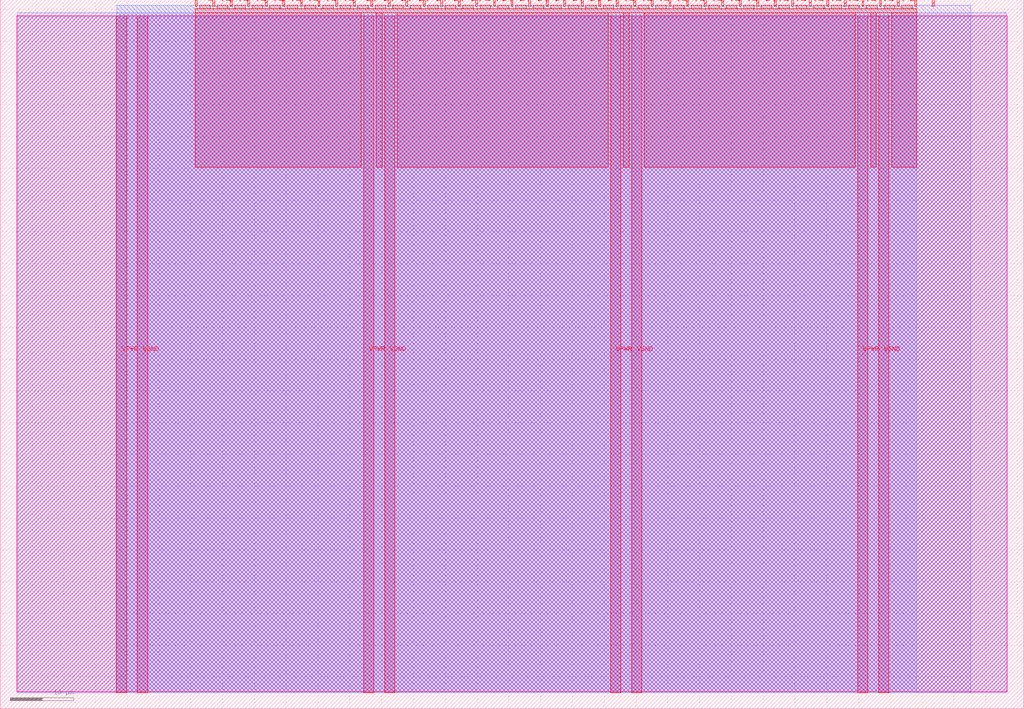
<source format=lef>
VERSION 5.7 ;
  NOWIREEXTENSIONATPIN ON ;
  DIVIDERCHAR "/" ;
  BUSBITCHARS "[]" ;
MACRO tt_um_react_test_saksh156
  CLASS BLOCK ;
  FOREIGN tt_um_react_test_saksh156 ;
  ORIGIN 0.000 0.000 ;
  SIZE 161.000 BY 111.520 ;
  PIN VGND
    DIRECTION INOUT ;
    USE GROUND ;
    PORT
      LAYER met4 ;
        RECT 21.580 2.480 23.180 109.040 ;
    END
    PORT
      LAYER met4 ;
        RECT 60.450 2.480 62.050 109.040 ;
    END
    PORT
      LAYER met4 ;
        RECT 99.320 2.480 100.920 109.040 ;
    END
    PORT
      LAYER met4 ;
        RECT 138.190 2.480 139.790 109.040 ;
    END
  END VGND
  PIN VPWR
    DIRECTION INOUT ;
    USE POWER ;
    PORT
      LAYER met4 ;
        RECT 18.280 2.480 19.880 109.040 ;
    END
    PORT
      LAYER met4 ;
        RECT 57.150 2.480 58.750 109.040 ;
    END
    PORT
      LAYER met4 ;
        RECT 96.020 2.480 97.620 109.040 ;
    END
    PORT
      LAYER met4 ;
        RECT 134.890 2.480 136.490 109.040 ;
    END
  END VPWR
  PIN clk
    DIRECTION INPUT ;
    USE SIGNAL ;
    ANTENNAGATEAREA 0.852000 ;
    PORT
      LAYER met4 ;
        RECT 143.830 110.520 144.130 111.520 ;
    END
  END clk
  PIN ena
    DIRECTION INPUT ;
    USE SIGNAL ;
    PORT
      LAYER met4 ;
        RECT 146.590 110.520 146.890 111.520 ;
    END
  END ena
  PIN rst_n
    DIRECTION INPUT ;
    USE SIGNAL ;
    ANTENNAGATEAREA 0.196500 ;
    PORT
      LAYER met4 ;
        RECT 141.070 110.520 141.370 111.520 ;
    END
  END rst_n
  PIN ui_in[0]
    DIRECTION INPUT ;
    USE SIGNAL ;
    ANTENNAGATEAREA 0.196500 ;
    PORT
      LAYER met4 ;
        RECT 138.310 110.520 138.610 111.520 ;
    END
  END ui_in[0]
  PIN ui_in[1]
    DIRECTION INPUT ;
    USE SIGNAL ;
    ANTENNAGATEAREA 0.196500 ;
    PORT
      LAYER met4 ;
        RECT 135.550 110.520 135.850 111.520 ;
    END
  END ui_in[1]
  PIN ui_in[2]
    DIRECTION INPUT ;
    USE SIGNAL ;
    ANTENNAGATEAREA 0.213000 ;
    PORT
      LAYER met4 ;
        RECT 132.790 110.520 133.090 111.520 ;
    END
  END ui_in[2]
  PIN ui_in[3]
    DIRECTION INPUT ;
    USE SIGNAL ;
    ANTENNAGATEAREA 0.196500 ;
    PORT
      LAYER met4 ;
        RECT 130.030 110.520 130.330 111.520 ;
    END
  END ui_in[3]
  PIN ui_in[4]
    DIRECTION INPUT ;
    USE SIGNAL ;
    ANTENNAGATEAREA 0.196500 ;
    PORT
      LAYER met4 ;
        RECT 127.270 110.520 127.570 111.520 ;
    END
  END ui_in[4]
  PIN ui_in[5]
    DIRECTION INPUT ;
    USE SIGNAL ;
    ANTENNAGATEAREA 0.196500 ;
    PORT
      LAYER met4 ;
        RECT 124.510 110.520 124.810 111.520 ;
    END
  END ui_in[5]
  PIN ui_in[6]
    DIRECTION INPUT ;
    USE SIGNAL ;
    PORT
      LAYER met4 ;
        RECT 121.750 110.520 122.050 111.520 ;
    END
  END ui_in[6]
  PIN ui_in[7]
    DIRECTION INPUT ;
    USE SIGNAL ;
    PORT
      LAYER met4 ;
        RECT 118.990 110.520 119.290 111.520 ;
    END
  END ui_in[7]
  PIN uio_in[0]
    DIRECTION INPUT ;
    USE SIGNAL ;
    PORT
      LAYER met4 ;
        RECT 116.230 110.520 116.530 111.520 ;
    END
  END uio_in[0]
  PIN uio_in[1]
    DIRECTION INPUT ;
    USE SIGNAL ;
    PORT
      LAYER met4 ;
        RECT 113.470 110.520 113.770 111.520 ;
    END
  END uio_in[1]
  PIN uio_in[2]
    DIRECTION INPUT ;
    USE SIGNAL ;
    PORT
      LAYER met4 ;
        RECT 110.710 110.520 111.010 111.520 ;
    END
  END uio_in[2]
  PIN uio_in[3]
    DIRECTION INPUT ;
    USE SIGNAL ;
    PORT
      LAYER met4 ;
        RECT 107.950 110.520 108.250 111.520 ;
    END
  END uio_in[3]
  PIN uio_in[4]
    DIRECTION INPUT ;
    USE SIGNAL ;
    PORT
      LAYER met4 ;
        RECT 105.190 110.520 105.490 111.520 ;
    END
  END uio_in[4]
  PIN uio_in[5]
    DIRECTION INPUT ;
    USE SIGNAL ;
    PORT
      LAYER met4 ;
        RECT 102.430 110.520 102.730 111.520 ;
    END
  END uio_in[5]
  PIN uio_in[6]
    DIRECTION INPUT ;
    USE SIGNAL ;
    PORT
      LAYER met4 ;
        RECT 99.670 110.520 99.970 111.520 ;
    END
  END uio_in[6]
  PIN uio_in[7]
    DIRECTION INPUT ;
    USE SIGNAL ;
    PORT
      LAYER met4 ;
        RECT 96.910 110.520 97.210 111.520 ;
    END
  END uio_in[7]
  PIN uio_oe[0]
    DIRECTION OUTPUT ;
    USE SIGNAL ;
    PORT
      LAYER met4 ;
        RECT 49.990 110.520 50.290 111.520 ;
    END
  END uio_oe[0]
  PIN uio_oe[1]
    DIRECTION OUTPUT ;
    USE SIGNAL ;
    PORT
      LAYER met4 ;
        RECT 47.230 110.520 47.530 111.520 ;
    END
  END uio_oe[1]
  PIN uio_oe[2]
    DIRECTION OUTPUT ;
    USE SIGNAL ;
    PORT
      LAYER met4 ;
        RECT 44.470 110.520 44.770 111.520 ;
    END
  END uio_oe[2]
  PIN uio_oe[3]
    DIRECTION OUTPUT ;
    USE SIGNAL ;
    PORT
      LAYER met4 ;
        RECT 41.710 110.520 42.010 111.520 ;
    END
  END uio_oe[3]
  PIN uio_oe[4]
    DIRECTION OUTPUT ;
    USE SIGNAL ;
    PORT
      LAYER met4 ;
        RECT 38.950 110.520 39.250 111.520 ;
    END
  END uio_oe[4]
  PIN uio_oe[5]
    DIRECTION OUTPUT ;
    USE SIGNAL ;
    PORT
      LAYER met4 ;
        RECT 36.190 110.520 36.490 111.520 ;
    END
  END uio_oe[5]
  PIN uio_oe[6]
    DIRECTION OUTPUT ;
    USE SIGNAL ;
    PORT
      LAYER met4 ;
        RECT 33.430 110.520 33.730 111.520 ;
    END
  END uio_oe[6]
  PIN uio_oe[7]
    DIRECTION OUTPUT ;
    USE SIGNAL ;
    PORT
      LAYER met4 ;
        RECT 30.670 110.520 30.970 111.520 ;
    END
  END uio_oe[7]
  PIN uio_out[0]
    DIRECTION OUTPUT ;
    USE SIGNAL ;
    PORT
      LAYER met4 ;
        RECT 72.070 110.520 72.370 111.520 ;
    END
  END uio_out[0]
  PIN uio_out[1]
    DIRECTION OUTPUT ;
    USE SIGNAL ;
    PORT
      LAYER met4 ;
        RECT 69.310 110.520 69.610 111.520 ;
    END
  END uio_out[1]
  PIN uio_out[2]
    DIRECTION OUTPUT ;
    USE SIGNAL ;
    PORT
      LAYER met4 ;
        RECT 66.550 110.520 66.850 111.520 ;
    END
  END uio_out[2]
  PIN uio_out[3]
    DIRECTION OUTPUT ;
    USE SIGNAL ;
    PORT
      LAYER met4 ;
        RECT 63.790 110.520 64.090 111.520 ;
    END
  END uio_out[3]
  PIN uio_out[4]
    DIRECTION OUTPUT ;
    USE SIGNAL ;
    PORT
      LAYER met4 ;
        RECT 61.030 110.520 61.330 111.520 ;
    END
  END uio_out[4]
  PIN uio_out[5]
    DIRECTION OUTPUT ;
    USE SIGNAL ;
    PORT
      LAYER met4 ;
        RECT 58.270 110.520 58.570 111.520 ;
    END
  END uio_out[5]
  PIN uio_out[6]
    DIRECTION OUTPUT ;
    USE SIGNAL ;
    PORT
      LAYER met4 ;
        RECT 55.510 110.520 55.810 111.520 ;
    END
  END uio_out[6]
  PIN uio_out[7]
    DIRECTION OUTPUT ;
    USE SIGNAL ;
    PORT
      LAYER met4 ;
        RECT 52.750 110.520 53.050 111.520 ;
    END
  END uio_out[7]
  PIN uo_out[0]
    DIRECTION OUTPUT ;
    USE SIGNAL ;
    ANTENNADIFFAREA 0.795200 ;
    PORT
      LAYER met4 ;
        RECT 94.150 110.520 94.450 111.520 ;
    END
  END uo_out[0]
  PIN uo_out[1]
    DIRECTION OUTPUT ;
    USE SIGNAL ;
    ANTENNADIFFAREA 0.795200 ;
    PORT
      LAYER met4 ;
        RECT 91.390 110.520 91.690 111.520 ;
    END
  END uo_out[1]
  PIN uo_out[2]
    DIRECTION OUTPUT ;
    USE SIGNAL ;
    ANTENNADIFFAREA 0.445500 ;
    PORT
      LAYER met4 ;
        RECT 88.630 110.520 88.930 111.520 ;
    END
  END uo_out[2]
  PIN uo_out[3]
    DIRECTION OUTPUT ;
    USE SIGNAL ;
    ANTENNADIFFAREA 0.445500 ;
    PORT
      LAYER met4 ;
        RECT 85.870 110.520 86.170 111.520 ;
    END
  END uo_out[3]
  PIN uo_out[4]
    DIRECTION OUTPUT ;
    USE SIGNAL ;
    ANTENNAGATEAREA 0.868500 ;
    ANTENNADIFFAREA 0.891000 ;
    PORT
      LAYER met4 ;
        RECT 83.110 110.520 83.410 111.520 ;
    END
  END uo_out[4]
  PIN uo_out[5]
    DIRECTION OUTPUT ;
    USE SIGNAL ;
    ANTENNAGATEAREA 0.373500 ;
    ANTENNADIFFAREA 0.891000 ;
    PORT
      LAYER met4 ;
        RECT 80.350 110.520 80.650 111.520 ;
    END
  END uo_out[5]
  PIN uo_out[6]
    DIRECTION OUTPUT ;
    USE SIGNAL ;
    ANTENNAGATEAREA 0.373500 ;
    ANTENNADIFFAREA 0.891000 ;
    PORT
      LAYER met4 ;
        RECT 77.590 110.520 77.890 111.520 ;
    END
  END uo_out[6]
  PIN uo_out[7]
    DIRECTION OUTPUT ;
    USE SIGNAL ;
    ANTENNAGATEAREA 0.495000 ;
    ANTENNADIFFAREA 0.891000 ;
    PORT
      LAYER met4 ;
        RECT 74.830 110.520 75.130 111.520 ;
    END
  END uo_out[7]
  OBS
      LAYER nwell ;
        RECT 2.570 2.635 158.430 108.990 ;
      LAYER li1 ;
        RECT 2.760 2.635 158.240 108.885 ;
      LAYER met1 ;
        RECT 2.760 2.480 158.240 109.440 ;
      LAYER met2 ;
        RECT 18.310 2.535 152.620 110.685 ;
      LAYER met3 ;
        RECT 18.290 2.555 144.170 110.665 ;
      LAYER met4 ;
        RECT 31.370 110.120 33.030 110.665 ;
        RECT 34.130 110.120 35.790 110.665 ;
        RECT 36.890 110.120 38.550 110.665 ;
        RECT 39.650 110.120 41.310 110.665 ;
        RECT 42.410 110.120 44.070 110.665 ;
        RECT 45.170 110.120 46.830 110.665 ;
        RECT 47.930 110.120 49.590 110.665 ;
        RECT 50.690 110.120 52.350 110.665 ;
        RECT 53.450 110.120 55.110 110.665 ;
        RECT 56.210 110.120 57.870 110.665 ;
        RECT 58.970 110.120 60.630 110.665 ;
        RECT 61.730 110.120 63.390 110.665 ;
        RECT 64.490 110.120 66.150 110.665 ;
        RECT 67.250 110.120 68.910 110.665 ;
        RECT 70.010 110.120 71.670 110.665 ;
        RECT 72.770 110.120 74.430 110.665 ;
        RECT 75.530 110.120 77.190 110.665 ;
        RECT 78.290 110.120 79.950 110.665 ;
        RECT 81.050 110.120 82.710 110.665 ;
        RECT 83.810 110.120 85.470 110.665 ;
        RECT 86.570 110.120 88.230 110.665 ;
        RECT 89.330 110.120 90.990 110.665 ;
        RECT 92.090 110.120 93.750 110.665 ;
        RECT 94.850 110.120 96.510 110.665 ;
        RECT 97.610 110.120 99.270 110.665 ;
        RECT 100.370 110.120 102.030 110.665 ;
        RECT 103.130 110.120 104.790 110.665 ;
        RECT 105.890 110.120 107.550 110.665 ;
        RECT 108.650 110.120 110.310 110.665 ;
        RECT 111.410 110.120 113.070 110.665 ;
        RECT 114.170 110.120 115.830 110.665 ;
        RECT 116.930 110.120 118.590 110.665 ;
        RECT 119.690 110.120 121.350 110.665 ;
        RECT 122.450 110.120 124.110 110.665 ;
        RECT 125.210 110.120 126.870 110.665 ;
        RECT 127.970 110.120 129.630 110.665 ;
        RECT 130.730 110.120 132.390 110.665 ;
        RECT 133.490 110.120 135.150 110.665 ;
        RECT 136.250 110.120 137.910 110.665 ;
        RECT 139.010 110.120 140.670 110.665 ;
        RECT 141.770 110.120 143.430 110.665 ;
        RECT 30.655 109.440 144.145 110.120 ;
        RECT 30.655 85.175 56.750 109.440 ;
        RECT 59.150 85.175 60.050 109.440 ;
        RECT 62.450 85.175 95.620 109.440 ;
        RECT 98.020 85.175 98.920 109.440 ;
        RECT 101.320 85.175 134.490 109.440 ;
        RECT 136.890 85.175 137.790 109.440 ;
        RECT 140.190 85.175 144.145 109.440 ;
  END
END tt_um_react_test_saksh156
END LIBRARY


</source>
